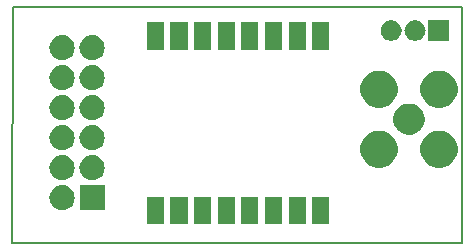
<source format=gbr>
%TF.GenerationSoftware,KiCad,Pcbnew,5.0.1+dfsg1-3~bpo9+1*%
%TF.CreationDate,2018-11-26T19:10:44+01:00*%
%TF.ProjectId,LoRa_PMOD,4C6F52615F504D4F442E6B696361645F,rev?*%
%TF.SameCoordinates,Original*%
%TF.FileFunction,Soldermask,Top*%
%TF.FilePolarity,Negative*%
%FSLAX46Y46*%
G04 Gerber Fmt 4.6, Leading zero omitted, Abs format (unit mm)*
G04 Created by KiCad (PCBNEW 5.0.1+dfsg1-3~bpo9+1) date Mon 26 Nov 2018 07:10:44 PM CET*
%MOMM*%
%LPD*%
G01*
G04 APERTURE LIST*
%ADD10C,0.150000*%
%ADD11C,0.100000*%
G04 APERTURE END LIST*
D10*
X93900000Y-121000000D02*
X94000000Y-101000000D01*
X132000000Y-121000000D02*
X93900000Y-121000000D01*
X132000000Y-101000000D02*
X132000000Y-121000000D01*
X94000000Y-101000000D02*
X132000000Y-101000000D01*
D11*
G36*
X120745000Y-119415000D02*
X119295000Y-119415000D01*
X119295000Y-117065000D01*
X120745000Y-117065000D01*
X120745000Y-119415000D01*
X120745000Y-119415000D01*
G37*
G36*
X118745000Y-119415000D02*
X117295000Y-119415000D01*
X117295000Y-117065000D01*
X118745000Y-117065000D01*
X118745000Y-119415000D01*
X118745000Y-119415000D01*
G37*
G36*
X106745000Y-119415000D02*
X105295000Y-119415000D01*
X105295000Y-117065000D01*
X106745000Y-117065000D01*
X106745000Y-119415000D01*
X106745000Y-119415000D01*
G37*
G36*
X108745000Y-119415000D02*
X107295000Y-119415000D01*
X107295000Y-117065000D01*
X108745000Y-117065000D01*
X108745000Y-119415000D01*
X108745000Y-119415000D01*
G37*
G36*
X110745000Y-119415000D02*
X109295000Y-119415000D01*
X109295000Y-117065000D01*
X110745000Y-117065000D01*
X110745000Y-119415000D01*
X110745000Y-119415000D01*
G37*
G36*
X112745000Y-119415000D02*
X111295000Y-119415000D01*
X111295000Y-117065000D01*
X112745000Y-117065000D01*
X112745000Y-119415000D01*
X112745000Y-119415000D01*
G37*
G36*
X114745000Y-119415000D02*
X113295000Y-119415000D01*
X113295000Y-117065000D01*
X114745000Y-117065000D01*
X114745000Y-119415000D01*
X114745000Y-119415000D01*
G37*
G36*
X116745000Y-119415000D02*
X115295000Y-119415000D01*
X115295000Y-117065000D01*
X116745000Y-117065000D01*
X116745000Y-119415000D01*
X116745000Y-119415000D01*
G37*
G36*
X98333503Y-116096789D02*
X98533991Y-116157607D01*
X98718764Y-116256369D01*
X98880718Y-116389282D01*
X99013631Y-116551236D01*
X99112393Y-116736009D01*
X99173211Y-116936497D01*
X99193746Y-117145000D01*
X99173211Y-117353503D01*
X99112393Y-117553991D01*
X99013631Y-117738764D01*
X98880718Y-117900718D01*
X98718764Y-118033631D01*
X98533991Y-118132393D01*
X98333503Y-118193211D01*
X98177251Y-118208600D01*
X98072749Y-118208600D01*
X97916497Y-118193211D01*
X97716009Y-118132393D01*
X97531236Y-118033631D01*
X97369282Y-117900718D01*
X97236369Y-117738764D01*
X97137607Y-117553991D01*
X97076789Y-117353503D01*
X97056254Y-117145000D01*
X97076789Y-116936497D01*
X97137607Y-116736009D01*
X97236369Y-116551236D01*
X97369282Y-116389282D01*
X97531236Y-116256369D01*
X97716009Y-116157607D01*
X97916497Y-116096789D01*
X98072749Y-116081400D01*
X98177251Y-116081400D01*
X98333503Y-116096789D01*
X98333503Y-116096789D01*
G37*
G36*
X101728600Y-118208600D02*
X99601400Y-118208600D01*
X99601400Y-116081400D01*
X101728600Y-116081400D01*
X101728600Y-118208600D01*
X101728600Y-118208600D01*
G37*
G36*
X100873503Y-113556789D02*
X101073991Y-113617607D01*
X101258764Y-113716369D01*
X101420718Y-113849282D01*
X101553631Y-114011236D01*
X101652393Y-114196009D01*
X101713211Y-114396497D01*
X101733746Y-114605000D01*
X101713211Y-114813503D01*
X101652393Y-115013991D01*
X101553631Y-115198764D01*
X101420718Y-115360718D01*
X101258764Y-115493631D01*
X101073991Y-115592393D01*
X100873503Y-115653211D01*
X100717251Y-115668600D01*
X100612749Y-115668600D01*
X100456497Y-115653211D01*
X100256009Y-115592393D01*
X100071236Y-115493631D01*
X99909282Y-115360718D01*
X99776369Y-115198764D01*
X99677607Y-115013991D01*
X99616789Y-114813503D01*
X99596254Y-114605000D01*
X99616789Y-114396497D01*
X99677607Y-114196009D01*
X99776369Y-114011236D01*
X99909282Y-113849282D01*
X100071236Y-113716369D01*
X100256009Y-113617607D01*
X100456497Y-113556789D01*
X100612749Y-113541400D01*
X100717251Y-113541400D01*
X100873503Y-113556789D01*
X100873503Y-113556789D01*
G37*
G36*
X98333503Y-113556789D02*
X98533991Y-113617607D01*
X98718764Y-113716369D01*
X98880718Y-113849282D01*
X99013631Y-114011236D01*
X99112393Y-114196009D01*
X99173211Y-114396497D01*
X99193746Y-114605000D01*
X99173211Y-114813503D01*
X99112393Y-115013991D01*
X99013631Y-115198764D01*
X98880718Y-115360718D01*
X98718764Y-115493631D01*
X98533991Y-115592393D01*
X98333503Y-115653211D01*
X98177251Y-115668600D01*
X98072749Y-115668600D01*
X97916497Y-115653211D01*
X97716009Y-115592393D01*
X97531236Y-115493631D01*
X97369282Y-115360718D01*
X97236369Y-115198764D01*
X97137607Y-115013991D01*
X97076789Y-114813503D01*
X97056254Y-114605000D01*
X97076789Y-114396497D01*
X97137607Y-114196009D01*
X97236369Y-114011236D01*
X97369282Y-113849282D01*
X97531236Y-113716369D01*
X97716009Y-113617607D01*
X97916497Y-113556789D01*
X98072749Y-113541400D01*
X98177251Y-113541400D01*
X98333503Y-113556789D01*
X98333503Y-113556789D01*
G37*
G36*
X125190462Y-111485083D02*
X125417952Y-111530334D01*
X125703674Y-111648684D01*
X125960817Y-111820501D01*
X126179499Y-112039183D01*
X126351316Y-112296326D01*
X126469666Y-112582048D01*
X126530000Y-112885368D01*
X126530000Y-113194632D01*
X126469666Y-113497952D01*
X126351316Y-113783674D01*
X126179499Y-114040817D01*
X125960817Y-114259499D01*
X125703674Y-114431316D01*
X125417952Y-114549666D01*
X125190462Y-114594917D01*
X125114633Y-114610000D01*
X124805367Y-114610000D01*
X124729538Y-114594917D01*
X124502048Y-114549666D01*
X124216326Y-114431316D01*
X123959183Y-114259499D01*
X123740501Y-114040817D01*
X123568684Y-113783674D01*
X123450334Y-113497952D01*
X123390000Y-113194632D01*
X123390000Y-112885368D01*
X123450334Y-112582048D01*
X123568684Y-112296326D01*
X123740501Y-112039183D01*
X123959183Y-111820501D01*
X124216326Y-111648684D01*
X124502048Y-111530334D01*
X124729538Y-111485083D01*
X124805367Y-111470000D01*
X125114633Y-111470000D01*
X125190462Y-111485083D01*
X125190462Y-111485083D01*
G37*
G36*
X130270462Y-111485083D02*
X130497952Y-111530334D01*
X130783674Y-111648684D01*
X131040817Y-111820501D01*
X131259499Y-112039183D01*
X131431316Y-112296326D01*
X131549666Y-112582048D01*
X131610000Y-112885368D01*
X131610000Y-113194632D01*
X131549666Y-113497952D01*
X131431316Y-113783674D01*
X131259499Y-114040817D01*
X131040817Y-114259499D01*
X130783674Y-114431316D01*
X130497952Y-114549666D01*
X130270462Y-114594917D01*
X130194633Y-114610000D01*
X129885367Y-114610000D01*
X129809538Y-114594917D01*
X129582048Y-114549666D01*
X129296326Y-114431316D01*
X129039183Y-114259499D01*
X128820501Y-114040817D01*
X128648684Y-113783674D01*
X128530334Y-113497952D01*
X128470000Y-113194632D01*
X128470000Y-112885368D01*
X128530334Y-112582048D01*
X128648684Y-112296326D01*
X128820501Y-112039183D01*
X129039183Y-111820501D01*
X129296326Y-111648684D01*
X129582048Y-111530334D01*
X129809538Y-111485083D01*
X129885367Y-111470000D01*
X130194633Y-111470000D01*
X130270462Y-111485083D01*
X130270462Y-111485083D01*
G37*
G36*
X98333503Y-111016789D02*
X98533991Y-111077607D01*
X98718764Y-111176369D01*
X98880718Y-111309282D01*
X99013631Y-111471236D01*
X99112393Y-111656009D01*
X99173211Y-111856497D01*
X99193746Y-112065000D01*
X99173211Y-112273503D01*
X99112393Y-112473991D01*
X99013631Y-112658764D01*
X98880718Y-112820718D01*
X98718764Y-112953631D01*
X98533991Y-113052393D01*
X98333503Y-113113211D01*
X98177251Y-113128600D01*
X98072749Y-113128600D01*
X97916497Y-113113211D01*
X97716009Y-113052393D01*
X97531236Y-112953631D01*
X97369282Y-112820718D01*
X97236369Y-112658764D01*
X97137607Y-112473991D01*
X97076789Y-112273503D01*
X97056254Y-112065000D01*
X97076789Y-111856497D01*
X97137607Y-111656009D01*
X97236369Y-111471236D01*
X97369282Y-111309282D01*
X97531236Y-111176369D01*
X97716009Y-111077607D01*
X97916497Y-111016789D01*
X98072749Y-111001400D01*
X98177251Y-111001400D01*
X98333503Y-111016789D01*
X98333503Y-111016789D01*
G37*
G36*
X100873503Y-111016789D02*
X101073991Y-111077607D01*
X101258764Y-111176369D01*
X101420718Y-111309282D01*
X101553631Y-111471236D01*
X101652393Y-111656009D01*
X101713211Y-111856497D01*
X101733746Y-112065000D01*
X101713211Y-112273503D01*
X101652393Y-112473991D01*
X101553631Y-112658764D01*
X101420718Y-112820718D01*
X101258764Y-112953631D01*
X101073991Y-113052393D01*
X100873503Y-113113211D01*
X100717251Y-113128600D01*
X100612749Y-113128600D01*
X100456497Y-113113211D01*
X100256009Y-113052393D01*
X100071236Y-112953631D01*
X99909282Y-112820718D01*
X99776369Y-112658764D01*
X99677607Y-112473991D01*
X99616789Y-112273503D01*
X99596254Y-112065000D01*
X99616789Y-111856497D01*
X99677607Y-111656009D01*
X99776369Y-111471236D01*
X99909282Y-111309282D01*
X100071236Y-111176369D01*
X100256009Y-111077607D01*
X100456497Y-111016789D01*
X100612749Y-111001400D01*
X100717251Y-111001400D01*
X100873503Y-111016789D01*
X100873503Y-111016789D01*
G37*
G36*
X127885029Y-109230726D02*
X128125253Y-109330230D01*
X128125255Y-109330231D01*
X128333934Y-109469666D01*
X128341454Y-109474691D01*
X128525309Y-109658546D01*
X128669770Y-109874747D01*
X128769274Y-110114971D01*
X128820000Y-110369990D01*
X128820000Y-110630010D01*
X128769274Y-110885029D01*
X128669770Y-111125253D01*
X128669769Y-111125255D01*
X128635615Y-111176370D01*
X128525309Y-111341454D01*
X128341454Y-111525309D01*
X128341451Y-111525311D01*
X128125255Y-111669769D01*
X128125254Y-111669770D01*
X128125253Y-111669770D01*
X127885029Y-111769274D01*
X127630010Y-111820000D01*
X127369990Y-111820000D01*
X127114971Y-111769274D01*
X126874747Y-111669770D01*
X126874746Y-111669770D01*
X126874745Y-111669769D01*
X126658549Y-111525311D01*
X126658546Y-111525309D01*
X126474691Y-111341454D01*
X126364385Y-111176370D01*
X126330231Y-111125255D01*
X126330230Y-111125253D01*
X126230726Y-110885029D01*
X126180000Y-110630010D01*
X126180000Y-110369990D01*
X126230726Y-110114971D01*
X126330230Y-109874747D01*
X126474691Y-109658546D01*
X126658546Y-109474691D01*
X126666066Y-109469666D01*
X126874745Y-109330231D01*
X126874747Y-109330230D01*
X127114971Y-109230726D01*
X127369990Y-109180000D01*
X127630010Y-109180000D01*
X127885029Y-109230726D01*
X127885029Y-109230726D01*
G37*
G36*
X100873503Y-108476789D02*
X101073991Y-108537607D01*
X101258764Y-108636369D01*
X101420718Y-108769282D01*
X101553631Y-108931236D01*
X101652393Y-109116009D01*
X101713211Y-109316497D01*
X101733746Y-109525000D01*
X101713211Y-109733503D01*
X101652393Y-109933991D01*
X101553631Y-110118764D01*
X101420718Y-110280718D01*
X101258764Y-110413631D01*
X101073991Y-110512393D01*
X100873503Y-110573211D01*
X100717251Y-110588600D01*
X100612749Y-110588600D01*
X100456497Y-110573211D01*
X100256009Y-110512393D01*
X100071236Y-110413631D01*
X99909282Y-110280718D01*
X99776369Y-110118764D01*
X99677607Y-109933991D01*
X99616789Y-109733503D01*
X99596254Y-109525000D01*
X99616789Y-109316497D01*
X99677607Y-109116009D01*
X99776369Y-108931236D01*
X99909282Y-108769282D01*
X100071236Y-108636369D01*
X100256009Y-108537607D01*
X100456497Y-108476789D01*
X100612749Y-108461400D01*
X100717251Y-108461400D01*
X100873503Y-108476789D01*
X100873503Y-108476789D01*
G37*
G36*
X98333503Y-108476789D02*
X98533991Y-108537607D01*
X98718764Y-108636369D01*
X98880718Y-108769282D01*
X99013631Y-108931236D01*
X99112393Y-109116009D01*
X99173211Y-109316497D01*
X99193746Y-109525000D01*
X99173211Y-109733503D01*
X99112393Y-109933991D01*
X99013631Y-110118764D01*
X98880718Y-110280718D01*
X98718764Y-110413631D01*
X98533991Y-110512393D01*
X98333503Y-110573211D01*
X98177251Y-110588600D01*
X98072749Y-110588600D01*
X97916497Y-110573211D01*
X97716009Y-110512393D01*
X97531236Y-110413631D01*
X97369282Y-110280718D01*
X97236369Y-110118764D01*
X97137607Y-109933991D01*
X97076789Y-109733503D01*
X97056254Y-109525000D01*
X97076789Y-109316497D01*
X97137607Y-109116009D01*
X97236369Y-108931236D01*
X97369282Y-108769282D01*
X97531236Y-108636369D01*
X97716009Y-108537607D01*
X97916497Y-108476789D01*
X98072749Y-108461400D01*
X98177251Y-108461400D01*
X98333503Y-108476789D01*
X98333503Y-108476789D01*
G37*
G36*
X125190462Y-106405084D02*
X125417952Y-106450334D01*
X125703674Y-106568684D01*
X125960817Y-106740501D01*
X126179499Y-106959183D01*
X126351316Y-107216326D01*
X126469666Y-107502048D01*
X126530000Y-107805368D01*
X126530000Y-108114632D01*
X126469666Y-108417952D01*
X126351316Y-108703674D01*
X126179499Y-108960817D01*
X125960817Y-109179499D01*
X125703674Y-109351316D01*
X125417952Y-109469666D01*
X125190462Y-109514917D01*
X125114633Y-109530000D01*
X124805367Y-109530000D01*
X124729538Y-109514917D01*
X124502048Y-109469666D01*
X124216326Y-109351316D01*
X123959183Y-109179499D01*
X123740501Y-108960817D01*
X123568684Y-108703674D01*
X123450334Y-108417952D01*
X123390000Y-108114632D01*
X123390000Y-107805368D01*
X123450334Y-107502048D01*
X123568684Y-107216326D01*
X123740501Y-106959183D01*
X123959183Y-106740501D01*
X124216326Y-106568684D01*
X124502048Y-106450334D01*
X124729538Y-106405084D01*
X124805367Y-106390000D01*
X125114633Y-106390000D01*
X125190462Y-106405084D01*
X125190462Y-106405084D01*
G37*
G36*
X130270462Y-106405084D02*
X130497952Y-106450334D01*
X130783674Y-106568684D01*
X131040817Y-106740501D01*
X131259499Y-106959183D01*
X131431316Y-107216326D01*
X131549666Y-107502048D01*
X131610000Y-107805368D01*
X131610000Y-108114632D01*
X131549666Y-108417952D01*
X131431316Y-108703674D01*
X131259499Y-108960817D01*
X131040817Y-109179499D01*
X130783674Y-109351316D01*
X130497952Y-109469666D01*
X130270462Y-109514917D01*
X130194633Y-109530000D01*
X129885367Y-109530000D01*
X129809538Y-109514917D01*
X129582048Y-109469666D01*
X129296326Y-109351316D01*
X129039183Y-109179499D01*
X128820501Y-108960817D01*
X128648684Y-108703674D01*
X128530334Y-108417952D01*
X128470000Y-108114632D01*
X128470000Y-107805368D01*
X128530334Y-107502048D01*
X128648684Y-107216326D01*
X128820501Y-106959183D01*
X129039183Y-106740501D01*
X129296326Y-106568684D01*
X129582048Y-106450334D01*
X129809538Y-106405084D01*
X129885367Y-106390000D01*
X130194633Y-106390000D01*
X130270462Y-106405084D01*
X130270462Y-106405084D01*
G37*
G36*
X100873503Y-105936789D02*
X101073991Y-105997607D01*
X101258764Y-106096369D01*
X101420718Y-106229282D01*
X101553631Y-106391236D01*
X101652393Y-106576009D01*
X101713211Y-106776497D01*
X101733746Y-106985000D01*
X101713211Y-107193503D01*
X101652393Y-107393991D01*
X101553631Y-107578764D01*
X101420718Y-107740718D01*
X101258764Y-107873631D01*
X101073991Y-107972393D01*
X100873503Y-108033211D01*
X100717251Y-108048600D01*
X100612749Y-108048600D01*
X100456497Y-108033211D01*
X100256009Y-107972393D01*
X100071236Y-107873631D01*
X99909282Y-107740718D01*
X99776369Y-107578764D01*
X99677607Y-107393991D01*
X99616789Y-107193503D01*
X99596254Y-106985000D01*
X99616789Y-106776497D01*
X99677607Y-106576009D01*
X99776369Y-106391236D01*
X99909282Y-106229282D01*
X100071236Y-106096369D01*
X100256009Y-105997607D01*
X100456497Y-105936789D01*
X100612749Y-105921400D01*
X100717251Y-105921400D01*
X100873503Y-105936789D01*
X100873503Y-105936789D01*
G37*
G36*
X98333503Y-105936789D02*
X98533991Y-105997607D01*
X98718764Y-106096369D01*
X98880718Y-106229282D01*
X99013631Y-106391236D01*
X99112393Y-106576009D01*
X99173211Y-106776497D01*
X99193746Y-106985000D01*
X99173211Y-107193503D01*
X99112393Y-107393991D01*
X99013631Y-107578764D01*
X98880718Y-107740718D01*
X98718764Y-107873631D01*
X98533991Y-107972393D01*
X98333503Y-108033211D01*
X98177251Y-108048600D01*
X98072749Y-108048600D01*
X97916497Y-108033211D01*
X97716009Y-107972393D01*
X97531236Y-107873631D01*
X97369282Y-107740718D01*
X97236369Y-107578764D01*
X97137607Y-107393991D01*
X97076789Y-107193503D01*
X97056254Y-106985000D01*
X97076789Y-106776497D01*
X97137607Y-106576009D01*
X97236369Y-106391236D01*
X97369282Y-106229282D01*
X97531236Y-106096369D01*
X97716009Y-105997607D01*
X97916497Y-105936789D01*
X98072749Y-105921400D01*
X98177251Y-105921400D01*
X98333503Y-105936789D01*
X98333503Y-105936789D01*
G37*
G36*
X100873503Y-103396789D02*
X101073991Y-103457607D01*
X101258764Y-103556369D01*
X101420718Y-103689282D01*
X101553631Y-103851236D01*
X101652393Y-104036009D01*
X101713211Y-104236497D01*
X101733746Y-104445000D01*
X101713211Y-104653503D01*
X101652393Y-104853991D01*
X101553631Y-105038764D01*
X101420718Y-105200718D01*
X101258764Y-105333631D01*
X101073991Y-105432393D01*
X100873503Y-105493211D01*
X100717251Y-105508600D01*
X100612749Y-105508600D01*
X100456497Y-105493211D01*
X100256009Y-105432393D01*
X100071236Y-105333631D01*
X99909282Y-105200718D01*
X99776369Y-105038764D01*
X99677607Y-104853991D01*
X99616789Y-104653503D01*
X99596254Y-104445000D01*
X99616789Y-104236497D01*
X99677607Y-104036009D01*
X99776369Y-103851236D01*
X99909282Y-103689282D01*
X100071236Y-103556369D01*
X100256009Y-103457607D01*
X100456497Y-103396789D01*
X100612749Y-103381400D01*
X100717251Y-103381400D01*
X100873503Y-103396789D01*
X100873503Y-103396789D01*
G37*
G36*
X98333503Y-103396789D02*
X98533991Y-103457607D01*
X98718764Y-103556369D01*
X98880718Y-103689282D01*
X99013631Y-103851236D01*
X99112393Y-104036009D01*
X99173211Y-104236497D01*
X99193746Y-104445000D01*
X99173211Y-104653503D01*
X99112393Y-104853991D01*
X99013631Y-105038764D01*
X98880718Y-105200718D01*
X98718764Y-105333631D01*
X98533991Y-105432393D01*
X98333503Y-105493211D01*
X98177251Y-105508600D01*
X98072749Y-105508600D01*
X97916497Y-105493211D01*
X97716009Y-105432393D01*
X97531236Y-105333631D01*
X97369282Y-105200718D01*
X97236369Y-105038764D01*
X97137607Y-104853991D01*
X97076789Y-104653503D01*
X97056254Y-104445000D01*
X97076789Y-104236497D01*
X97137607Y-104036009D01*
X97236369Y-103851236D01*
X97369282Y-103689282D01*
X97531236Y-103556369D01*
X97716009Y-103457607D01*
X97916497Y-103396789D01*
X98072749Y-103381400D01*
X98177251Y-103381400D01*
X98333503Y-103396789D01*
X98333503Y-103396789D01*
G37*
G36*
X120745000Y-104615000D02*
X119295000Y-104615000D01*
X119295000Y-102265000D01*
X120745000Y-102265000D01*
X120745000Y-104615000D01*
X120745000Y-104615000D01*
G37*
G36*
X106745000Y-104615000D02*
X105295000Y-104615000D01*
X105295000Y-102265000D01*
X106745000Y-102265000D01*
X106745000Y-104615000D01*
X106745000Y-104615000D01*
G37*
G36*
X110745000Y-104615000D02*
X109295000Y-104615000D01*
X109295000Y-102265000D01*
X110745000Y-102265000D01*
X110745000Y-104615000D01*
X110745000Y-104615000D01*
G37*
G36*
X112745000Y-104615000D02*
X111295000Y-104615000D01*
X111295000Y-102265000D01*
X112745000Y-102265000D01*
X112745000Y-104615000D01*
X112745000Y-104615000D01*
G37*
G36*
X116745000Y-104615000D02*
X115295000Y-104615000D01*
X115295000Y-102265000D01*
X116745000Y-102265000D01*
X116745000Y-104615000D01*
X116745000Y-104615000D01*
G37*
G36*
X118745000Y-104615000D02*
X117295000Y-104615000D01*
X117295000Y-102265000D01*
X118745000Y-102265000D01*
X118745000Y-104615000D01*
X118745000Y-104615000D01*
G37*
G36*
X108745000Y-104615000D02*
X107295000Y-104615000D01*
X107295000Y-102265000D01*
X108745000Y-102265000D01*
X108745000Y-104615000D01*
X108745000Y-104615000D01*
G37*
G36*
X114745000Y-104615000D02*
X113295000Y-104615000D01*
X113295000Y-102265000D01*
X114745000Y-102265000D01*
X114745000Y-104615000D01*
X114745000Y-104615000D01*
G37*
G36*
X130875000Y-103875000D02*
X129125000Y-103875000D01*
X129125000Y-103098491D01*
X129122598Y-103074105D01*
X129115485Y-103050656D01*
X129103934Y-103029045D01*
X129088388Y-103010103D01*
X129076078Y-103000000D01*
X129088388Y-102989898D01*
X129103934Y-102970956D01*
X129115485Y-102949345D01*
X129122598Y-102925896D01*
X129125000Y-102901509D01*
X129125000Y-102125000D01*
X130875000Y-102125000D01*
X130875000Y-103875000D01*
X130875000Y-103875000D01*
G37*
G36*
X128255228Y-102158625D02*
X128414467Y-102224584D01*
X128557783Y-102320345D01*
X128679655Y-102442217D01*
X128775416Y-102585533D01*
X128841375Y-102744772D01*
X128877402Y-102925895D01*
X128884515Y-102949344D01*
X128896066Y-102970955D01*
X128911611Y-102989897D01*
X128923921Y-103000000D01*
X128911612Y-103010103D01*
X128896066Y-103029045D01*
X128884515Y-103050656D01*
X128877402Y-103074105D01*
X128841375Y-103255228D01*
X128775416Y-103414467D01*
X128679655Y-103557783D01*
X128557783Y-103679655D01*
X128414467Y-103775416D01*
X128255228Y-103841375D01*
X128086181Y-103875000D01*
X127913819Y-103875000D01*
X127744772Y-103841375D01*
X127585533Y-103775416D01*
X127442217Y-103679655D01*
X127320345Y-103557783D01*
X127224584Y-103414467D01*
X127158625Y-103255228D01*
X127122598Y-103074105D01*
X127115485Y-103050656D01*
X127103934Y-103029045D01*
X127088389Y-103010103D01*
X127076079Y-103000000D01*
X127088388Y-102989898D01*
X127103934Y-102970956D01*
X127115485Y-102949345D01*
X127122598Y-102925895D01*
X127158625Y-102744772D01*
X127224584Y-102585533D01*
X127320345Y-102442217D01*
X127442217Y-102320345D01*
X127585533Y-102224584D01*
X127744772Y-102158625D01*
X127913819Y-102125000D01*
X128086181Y-102125000D01*
X128255228Y-102158625D01*
X128255228Y-102158625D01*
G37*
G36*
X126255228Y-102158625D02*
X126414467Y-102224584D01*
X126557783Y-102320345D01*
X126679655Y-102442217D01*
X126775416Y-102585533D01*
X126841375Y-102744772D01*
X126877402Y-102925895D01*
X126884515Y-102949344D01*
X126896066Y-102970955D01*
X126911611Y-102989897D01*
X126923921Y-103000000D01*
X126911612Y-103010102D01*
X126896066Y-103029044D01*
X126884515Y-103050655D01*
X126877402Y-103074105D01*
X126841375Y-103255228D01*
X126775416Y-103414467D01*
X126679655Y-103557783D01*
X126557783Y-103679655D01*
X126414467Y-103775416D01*
X126255228Y-103841375D01*
X126086181Y-103875000D01*
X125913819Y-103875000D01*
X125744772Y-103841375D01*
X125585533Y-103775416D01*
X125442217Y-103679655D01*
X125320345Y-103557783D01*
X125224584Y-103414467D01*
X125158625Y-103255228D01*
X125125000Y-103086181D01*
X125125000Y-102913819D01*
X125158625Y-102744772D01*
X125224584Y-102585533D01*
X125320345Y-102442217D01*
X125442217Y-102320345D01*
X125585533Y-102224584D01*
X125744772Y-102158625D01*
X125913819Y-102125000D01*
X126086181Y-102125000D01*
X126255228Y-102158625D01*
X126255228Y-102158625D01*
G37*
M02*

</source>
